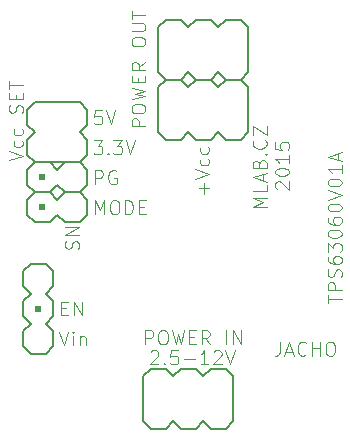
<source format=gbr>
%TF.GenerationSoftware,KiCad,Pcbnew,6.0.4-6f826c9f35~116~ubuntu20.04.1*%
%TF.CreationDate,2022-07-20T15:12:22+00:00*%
%TF.ProjectId,TPS63060V01B,54505336-3330-4363-9056-3031422e6b69,rev?*%
%TF.SameCoordinates,Original*%
%TF.FileFunction,Legend,Top*%
%TF.FilePolarity,Positive*%
%FSLAX46Y46*%
G04 Gerber Fmt 4.6, Leading zero omitted, Abs format (unit mm)*
G04 Created by KiCad (PCBNEW 6.0.4-6f826c9f35~116~ubuntu20.04.1) date 2022-07-20 15:12:22*
%MOMM*%
%LPD*%
G01*
G04 APERTURE LIST*
%ADD10C,0.101600*%
%ADD11C,0.152400*%
G04 APERTURE END LIST*
D10*
X145803861Y-96558220D02*
X144635461Y-96558220D01*
X144635461Y-96113116D01*
X144691100Y-96001840D01*
X144746738Y-95946201D01*
X144858014Y-95890563D01*
X145024928Y-95890563D01*
X145136204Y-95946201D01*
X145191842Y-96001840D01*
X145247480Y-96113116D01*
X145247480Y-96558220D01*
X144635461Y-95167268D02*
X144635461Y-94944716D01*
X144691100Y-94833440D01*
X144802376Y-94722163D01*
X145024928Y-94666525D01*
X145414395Y-94666525D01*
X145636947Y-94722163D01*
X145748223Y-94833440D01*
X145803861Y-94944716D01*
X145803861Y-95167268D01*
X145748223Y-95278544D01*
X145636947Y-95389820D01*
X145414395Y-95445459D01*
X145024928Y-95445459D01*
X144802376Y-95389820D01*
X144691100Y-95278544D01*
X144635461Y-95167268D01*
X144635461Y-94277059D02*
X145803861Y-93998868D01*
X144969290Y-93776316D01*
X145803861Y-93553763D01*
X144635461Y-93275573D01*
X145191842Y-92830468D02*
X145191842Y-92441001D01*
X145803861Y-92274087D02*
X145803861Y-92830468D01*
X144635461Y-92830468D01*
X144635461Y-92274087D01*
X145803861Y-91105687D02*
X145247480Y-91495154D01*
X145803861Y-91773344D02*
X144635461Y-91773344D01*
X144635461Y-91328240D01*
X144691100Y-91216963D01*
X144746738Y-91161325D01*
X144858014Y-91105687D01*
X145024928Y-91105687D01*
X145136204Y-91161325D01*
X145191842Y-91216963D01*
X145247480Y-91328240D01*
X145247480Y-91773344D01*
X144635461Y-89492182D02*
X144635461Y-89269630D01*
X144691100Y-89158354D01*
X144802376Y-89047078D01*
X145024928Y-88991440D01*
X145414395Y-88991440D01*
X145636947Y-89047078D01*
X145748223Y-89158354D01*
X145803861Y-89269630D01*
X145803861Y-89492182D01*
X145748223Y-89603459D01*
X145636947Y-89714735D01*
X145414395Y-89770373D01*
X145024928Y-89770373D01*
X144802376Y-89714735D01*
X144691100Y-89603459D01*
X144635461Y-89492182D01*
X144635461Y-88490697D02*
X145581309Y-88490697D01*
X145692585Y-88435059D01*
X145748223Y-88379420D01*
X145803861Y-88268144D01*
X145803861Y-88045592D01*
X145748223Y-87934316D01*
X145692585Y-87878678D01*
X145581309Y-87823040D01*
X144635461Y-87823040D01*
X144635461Y-87433573D02*
X144635461Y-86765916D01*
X145803861Y-87099744D02*
X144635461Y-87099744D01*
X142099211Y-95207061D02*
X141542830Y-95207061D01*
X141487192Y-95763442D01*
X141542830Y-95707804D01*
X141654106Y-95652166D01*
X141932297Y-95652166D01*
X142043573Y-95707804D01*
X142099211Y-95763442D01*
X142154849Y-95874719D01*
X142154849Y-96152909D01*
X142099211Y-96264185D01*
X142043573Y-96319823D01*
X141932297Y-96375461D01*
X141654106Y-96375461D01*
X141542830Y-96319823D01*
X141487192Y-96264185D01*
X142488678Y-95207061D02*
X142878144Y-96375461D01*
X143267611Y-95207061D01*
X141431554Y-97747061D02*
X142154849Y-97747061D01*
X141765382Y-98192166D01*
X141932297Y-98192166D01*
X142043573Y-98247804D01*
X142099211Y-98303442D01*
X142154849Y-98414719D01*
X142154849Y-98692909D01*
X142099211Y-98804185D01*
X142043573Y-98859823D01*
X141932297Y-98915461D01*
X141598468Y-98915461D01*
X141487192Y-98859823D01*
X141431554Y-98804185D01*
X142655592Y-98804185D02*
X142711230Y-98859823D01*
X142655592Y-98915461D01*
X142599954Y-98859823D01*
X142655592Y-98804185D01*
X142655592Y-98915461D01*
X143100697Y-97747061D02*
X143823992Y-97747061D01*
X143434525Y-98192166D01*
X143601440Y-98192166D01*
X143712716Y-98247804D01*
X143768354Y-98303442D01*
X143823992Y-98414719D01*
X143823992Y-98692909D01*
X143768354Y-98804185D01*
X143712716Y-98859823D01*
X143601440Y-98915461D01*
X143267611Y-98915461D01*
X143156335Y-98859823D01*
X143100697Y-98804185D01*
X144157820Y-97747061D02*
X144547287Y-98915461D01*
X144936754Y-97747061D01*
X146249692Y-115638338D02*
X146305330Y-115582700D01*
X146416606Y-115527061D01*
X146694797Y-115527061D01*
X146806073Y-115582700D01*
X146861711Y-115638338D01*
X146917349Y-115749614D01*
X146917349Y-115860890D01*
X146861711Y-116027804D01*
X146194054Y-116695461D01*
X146917349Y-116695461D01*
X147418092Y-116584185D02*
X147473730Y-116639823D01*
X147418092Y-116695461D01*
X147362454Y-116639823D01*
X147418092Y-116584185D01*
X147418092Y-116695461D01*
X148530854Y-115527061D02*
X147974473Y-115527061D01*
X147918835Y-116083442D01*
X147974473Y-116027804D01*
X148085749Y-115972166D01*
X148363940Y-115972166D01*
X148475216Y-116027804D01*
X148530854Y-116083442D01*
X148586492Y-116194719D01*
X148586492Y-116472909D01*
X148530854Y-116584185D01*
X148475216Y-116639823D01*
X148363940Y-116695461D01*
X148085749Y-116695461D01*
X147974473Y-116639823D01*
X147918835Y-116584185D01*
X149087235Y-116250357D02*
X149977444Y-116250357D01*
X151145844Y-116695461D02*
X150478187Y-116695461D01*
X150812016Y-116695461D02*
X150812016Y-115527061D01*
X150700740Y-115693976D01*
X150589463Y-115805252D01*
X150478187Y-115860890D01*
X151590949Y-115638338D02*
X151646587Y-115582700D01*
X151757863Y-115527061D01*
X152036054Y-115527061D01*
X152147330Y-115582700D01*
X152202968Y-115638338D01*
X152258606Y-115749614D01*
X152258606Y-115860890D01*
X152202968Y-116027804D01*
X151535311Y-116695461D01*
X152258606Y-116695461D01*
X152592435Y-115527061D02*
X152981901Y-116695461D01*
X153371368Y-115527061D01*
X138685330Y-111955942D02*
X139074797Y-111955942D01*
X139241711Y-112567961D02*
X138685330Y-112567961D01*
X138685330Y-111399561D01*
X139241711Y-111399561D01*
X139742454Y-112567961D02*
X139742454Y-111399561D01*
X140410111Y-112567961D01*
X140410111Y-111399561D01*
X141542830Y-101455461D02*
X141542830Y-100287061D01*
X141987935Y-100287061D01*
X142099211Y-100342700D01*
X142154849Y-100398338D01*
X142210487Y-100509614D01*
X142210487Y-100676528D01*
X142154849Y-100787804D01*
X142099211Y-100843442D01*
X141987935Y-100899080D01*
X141542830Y-100899080D01*
X143323249Y-100342700D02*
X143211973Y-100287061D01*
X143045059Y-100287061D01*
X142878144Y-100342700D01*
X142766868Y-100453976D01*
X142711230Y-100565252D01*
X142655592Y-100787804D01*
X142655592Y-100954719D01*
X142711230Y-101177271D01*
X142766868Y-101288547D01*
X142878144Y-101399823D01*
X143045059Y-101455461D01*
X143156335Y-101455461D01*
X143323249Y-101399823D01*
X143378887Y-101344185D01*
X143378887Y-100954719D01*
X143156335Y-100954719D01*
X156913338Y-101857507D02*
X156857700Y-101801869D01*
X156802061Y-101690593D01*
X156802061Y-101412402D01*
X156857700Y-101301126D01*
X156913338Y-101245488D01*
X157024614Y-101189850D01*
X157135890Y-101189850D01*
X157302804Y-101245488D01*
X157970461Y-101913145D01*
X157970461Y-101189850D01*
X156802061Y-100466555D02*
X156802061Y-100355279D01*
X156857700Y-100244002D01*
X156913338Y-100188364D01*
X157024614Y-100132726D01*
X157247166Y-100077088D01*
X157525357Y-100077088D01*
X157747909Y-100132726D01*
X157859185Y-100188364D01*
X157914823Y-100244002D01*
X157970461Y-100355279D01*
X157970461Y-100466555D01*
X157914823Y-100577831D01*
X157859185Y-100633469D01*
X157747909Y-100689107D01*
X157525357Y-100744745D01*
X157247166Y-100744745D01*
X157024614Y-100689107D01*
X156913338Y-100633469D01*
X156857700Y-100577831D01*
X156802061Y-100466555D01*
X157970461Y-98964326D02*
X157970461Y-99631983D01*
X157970461Y-99298155D02*
X156802061Y-99298155D01*
X156968976Y-99409431D01*
X157080252Y-99520707D01*
X157135890Y-99631983D01*
X156802061Y-97907202D02*
X156802061Y-98463583D01*
X157358442Y-98519221D01*
X157302804Y-98463583D01*
X157247166Y-98352307D01*
X157247166Y-98074117D01*
X157302804Y-97962840D01*
X157358442Y-97907202D01*
X157469719Y-97851564D01*
X157747909Y-97851564D01*
X157859185Y-97907202D01*
X157914823Y-97962840D01*
X157970461Y-98074117D01*
X157970461Y-98352307D01*
X157914823Y-98463583D01*
X157859185Y-98519221D01*
X138518416Y-113939561D02*
X138907882Y-115107961D01*
X139297349Y-113939561D01*
X139686816Y-115107961D02*
X139686816Y-114329028D01*
X139686816Y-113939561D02*
X139631178Y-113995200D01*
X139686816Y-114050838D01*
X139742454Y-113995200D01*
X139686816Y-113939561D01*
X139686816Y-114050838D01*
X140243197Y-114329028D02*
X140243197Y-115107961D01*
X140243197Y-114440304D02*
X140298835Y-114384666D01*
X140410111Y-114329028D01*
X140577025Y-114329028D01*
X140688301Y-114384666D01*
X140743940Y-114495942D01*
X140743940Y-115107961D01*
X145804345Y-115006361D02*
X145804345Y-113837961D01*
X146249450Y-113837961D01*
X146360726Y-113893600D01*
X146416364Y-113949238D01*
X146472002Y-114060514D01*
X146472002Y-114227428D01*
X146416364Y-114338704D01*
X146360726Y-114394342D01*
X146249450Y-114449980D01*
X145804345Y-114449980D01*
X147195298Y-113837961D02*
X147417850Y-113837961D01*
X147529126Y-113893600D01*
X147640402Y-114004876D01*
X147696040Y-114227428D01*
X147696040Y-114616895D01*
X147640402Y-114839447D01*
X147529126Y-114950723D01*
X147417850Y-115006361D01*
X147195298Y-115006361D01*
X147084021Y-114950723D01*
X146972745Y-114839447D01*
X146917107Y-114616895D01*
X146917107Y-114227428D01*
X146972745Y-114004876D01*
X147084021Y-113893600D01*
X147195298Y-113837961D01*
X148085507Y-113837961D02*
X148363698Y-115006361D01*
X148586250Y-114171790D01*
X148808802Y-115006361D01*
X149086993Y-113837961D01*
X149532098Y-114394342D02*
X149921564Y-114394342D01*
X150088479Y-115006361D02*
X149532098Y-115006361D01*
X149532098Y-113837961D01*
X150088479Y-113837961D01*
X151256879Y-115006361D02*
X150867412Y-114449980D01*
X150589221Y-115006361D02*
X150589221Y-113837961D01*
X151034326Y-113837961D01*
X151145602Y-113893600D01*
X151201240Y-113949238D01*
X151256879Y-114060514D01*
X151256879Y-114227428D01*
X151201240Y-114338704D01*
X151145602Y-114394342D01*
X151034326Y-114449980D01*
X150589221Y-114449980D01*
X152647831Y-115006361D02*
X152647831Y-113837961D01*
X153204212Y-115006361D02*
X153204212Y-113837961D01*
X153871869Y-115006361D01*
X153871869Y-113837961D01*
X141542830Y-103995461D02*
X141542830Y-102827061D01*
X141932297Y-103661633D01*
X142321763Y-102827061D01*
X142321763Y-103995461D01*
X143100697Y-102827061D02*
X143323249Y-102827061D01*
X143434525Y-102882700D01*
X143545801Y-102993976D01*
X143601440Y-103216528D01*
X143601440Y-103605995D01*
X143545801Y-103828547D01*
X143434525Y-103939823D01*
X143323249Y-103995461D01*
X143100697Y-103995461D01*
X142989420Y-103939823D01*
X142878144Y-103828547D01*
X142822506Y-103605995D01*
X142822506Y-103216528D01*
X142878144Y-102993976D01*
X142989420Y-102882700D01*
X143100697Y-102827061D01*
X144102182Y-103995461D02*
X144102182Y-102827061D01*
X144380373Y-102827061D01*
X144547287Y-102882700D01*
X144658563Y-102993976D01*
X144714201Y-103105252D01*
X144769840Y-103327804D01*
X144769840Y-103494719D01*
X144714201Y-103717271D01*
X144658563Y-103828547D01*
X144547287Y-103939823D01*
X144380373Y-103995461D01*
X144102182Y-103995461D01*
X145270582Y-103383442D02*
X145660049Y-103383442D01*
X145826963Y-103995461D02*
X145270582Y-103995461D01*
X145270582Y-102827061D01*
X145826963Y-102827061D01*
X134259561Y-99428783D02*
X135427961Y-99039317D01*
X134259561Y-98649850D01*
X135372323Y-97759640D02*
X135427961Y-97870917D01*
X135427961Y-98093469D01*
X135372323Y-98204745D01*
X135316685Y-98260383D01*
X135205409Y-98316021D01*
X134871580Y-98316021D01*
X134760304Y-98260383D01*
X134704666Y-98204745D01*
X134649028Y-98093469D01*
X134649028Y-97870917D01*
X134704666Y-97759640D01*
X135372323Y-96758155D02*
X135427961Y-96869431D01*
X135427961Y-97091983D01*
X135372323Y-97203260D01*
X135316685Y-97258898D01*
X135205409Y-97314536D01*
X134871580Y-97314536D01*
X134760304Y-97258898D01*
X134704666Y-97203260D01*
X134649028Y-97091983D01*
X134649028Y-96869431D01*
X134704666Y-96758155D01*
X135372323Y-95422840D02*
X135427961Y-95255926D01*
X135427961Y-94977736D01*
X135372323Y-94866460D01*
X135316685Y-94810821D01*
X135205409Y-94755183D01*
X135094133Y-94755183D01*
X134982857Y-94810821D01*
X134927219Y-94866460D01*
X134871580Y-94977736D01*
X134815942Y-95200288D01*
X134760304Y-95311564D01*
X134704666Y-95367202D01*
X134593390Y-95422840D01*
X134482114Y-95422840D01*
X134370838Y-95367202D01*
X134315200Y-95311564D01*
X134259561Y-95200288D01*
X134259561Y-94922098D01*
X134315200Y-94755183D01*
X134815942Y-94254440D02*
X134815942Y-93864974D01*
X135427961Y-93698060D02*
X135427961Y-94254440D01*
X134259561Y-94254440D01*
X134259561Y-93698060D01*
X134259561Y-93364231D02*
X134259561Y-92696574D01*
X135427961Y-93030402D02*
X134259561Y-93030402D01*
X140134823Y-106937507D02*
X140190461Y-106770593D01*
X140190461Y-106492402D01*
X140134823Y-106381126D01*
X140079185Y-106325488D01*
X139967909Y-106269850D01*
X139856633Y-106269850D01*
X139745357Y-106325488D01*
X139689719Y-106381126D01*
X139634080Y-106492402D01*
X139578442Y-106714955D01*
X139522804Y-106826231D01*
X139467166Y-106881869D01*
X139355890Y-106937507D01*
X139244614Y-106937507D01*
X139133338Y-106881869D01*
X139077700Y-106826231D01*
X139022061Y-106714955D01*
X139022061Y-106436764D01*
X139077700Y-106269850D01*
X140190461Y-105769107D02*
X139022061Y-105769107D01*
X140190461Y-105101450D01*
X139022061Y-105101450D01*
X156065461Y-103389369D02*
X154897061Y-103389369D01*
X155731633Y-102999902D01*
X154897061Y-102610436D01*
X156065461Y-102610436D01*
X156065461Y-101497674D02*
X156065461Y-102054055D01*
X154897061Y-102054055D01*
X155731633Y-101163845D02*
X155731633Y-100607464D01*
X156065461Y-101275121D02*
X154897061Y-100885655D01*
X156065461Y-100496188D01*
X155453442Y-99717255D02*
X155509080Y-99550340D01*
X155564719Y-99494702D01*
X155675995Y-99439064D01*
X155842909Y-99439064D01*
X155954185Y-99494702D01*
X156009823Y-99550340D01*
X156065461Y-99661617D01*
X156065461Y-100106721D01*
X154897061Y-100106721D01*
X154897061Y-99717255D01*
X154952700Y-99605979D01*
X155008338Y-99550340D01*
X155119614Y-99494702D01*
X155230890Y-99494702D01*
X155342166Y-99550340D01*
X155397804Y-99605979D01*
X155453442Y-99717255D01*
X155453442Y-100106721D01*
X155954185Y-98938321D02*
X156009823Y-98882683D01*
X156065461Y-98938321D01*
X156009823Y-98993960D01*
X155954185Y-98938321D01*
X156065461Y-98938321D01*
X155954185Y-97714283D02*
X156009823Y-97769921D01*
X156065461Y-97936836D01*
X156065461Y-98048112D01*
X156009823Y-98215026D01*
X155898547Y-98326302D01*
X155787271Y-98381940D01*
X155564719Y-98437579D01*
X155397804Y-98437579D01*
X155175252Y-98381940D01*
X155063976Y-98326302D01*
X154952700Y-98215026D01*
X154897061Y-98048112D01*
X154897061Y-97936836D01*
X154952700Y-97769921D01*
X155008338Y-97714283D01*
X154897061Y-97324817D02*
X154897061Y-96545883D01*
X156065461Y-97324817D01*
X156065461Y-96545883D01*
X161247061Y-111493783D02*
X161247061Y-110826126D01*
X162415461Y-111159955D02*
X161247061Y-111159955D01*
X162415461Y-110436660D02*
X161247061Y-110436660D01*
X161247061Y-109991555D01*
X161302700Y-109880279D01*
X161358338Y-109824640D01*
X161469614Y-109769002D01*
X161636528Y-109769002D01*
X161747804Y-109824640D01*
X161803442Y-109880279D01*
X161859080Y-109991555D01*
X161859080Y-110436660D01*
X162359823Y-109323898D02*
X162415461Y-109156983D01*
X162415461Y-108878793D01*
X162359823Y-108767517D01*
X162304185Y-108711879D01*
X162192909Y-108656240D01*
X162081633Y-108656240D01*
X161970357Y-108711879D01*
X161914719Y-108767517D01*
X161859080Y-108878793D01*
X161803442Y-109101345D01*
X161747804Y-109212621D01*
X161692166Y-109268260D01*
X161580890Y-109323898D01*
X161469614Y-109323898D01*
X161358338Y-109268260D01*
X161302700Y-109212621D01*
X161247061Y-109101345D01*
X161247061Y-108823155D01*
X161302700Y-108656240D01*
X161247061Y-107654755D02*
X161247061Y-107877307D01*
X161302700Y-107988583D01*
X161358338Y-108044221D01*
X161525252Y-108155498D01*
X161747804Y-108211136D01*
X162192909Y-108211136D01*
X162304185Y-108155498D01*
X162359823Y-108099860D01*
X162415461Y-107988583D01*
X162415461Y-107766031D01*
X162359823Y-107654755D01*
X162304185Y-107599117D01*
X162192909Y-107543479D01*
X161914719Y-107543479D01*
X161803442Y-107599117D01*
X161747804Y-107654755D01*
X161692166Y-107766031D01*
X161692166Y-107988583D01*
X161747804Y-108099860D01*
X161803442Y-108155498D01*
X161914719Y-108211136D01*
X161247061Y-107154012D02*
X161247061Y-106430717D01*
X161692166Y-106820183D01*
X161692166Y-106653269D01*
X161747804Y-106541993D01*
X161803442Y-106486355D01*
X161914719Y-106430717D01*
X162192909Y-106430717D01*
X162304185Y-106486355D01*
X162359823Y-106541993D01*
X162415461Y-106653269D01*
X162415461Y-106987098D01*
X162359823Y-107098374D01*
X162304185Y-107154012D01*
X161247061Y-105707421D02*
X161247061Y-105596145D01*
X161302700Y-105484869D01*
X161358338Y-105429231D01*
X161469614Y-105373593D01*
X161692166Y-105317955D01*
X161970357Y-105317955D01*
X162192909Y-105373593D01*
X162304185Y-105429231D01*
X162359823Y-105484869D01*
X162415461Y-105596145D01*
X162415461Y-105707421D01*
X162359823Y-105818698D01*
X162304185Y-105874336D01*
X162192909Y-105929974D01*
X161970357Y-105985612D01*
X161692166Y-105985612D01*
X161469614Y-105929974D01*
X161358338Y-105874336D01*
X161302700Y-105818698D01*
X161247061Y-105707421D01*
X161247061Y-104316469D02*
X161247061Y-104539021D01*
X161302700Y-104650298D01*
X161358338Y-104705936D01*
X161525252Y-104817212D01*
X161747804Y-104872850D01*
X162192909Y-104872850D01*
X162304185Y-104817212D01*
X162359823Y-104761574D01*
X162415461Y-104650298D01*
X162415461Y-104427745D01*
X162359823Y-104316469D01*
X162304185Y-104260831D01*
X162192909Y-104205193D01*
X161914719Y-104205193D01*
X161803442Y-104260831D01*
X161747804Y-104316469D01*
X161692166Y-104427745D01*
X161692166Y-104650298D01*
X161747804Y-104761574D01*
X161803442Y-104817212D01*
X161914719Y-104872850D01*
X161247061Y-103481898D02*
X161247061Y-103370621D01*
X161302700Y-103259345D01*
X161358338Y-103203707D01*
X161469614Y-103148069D01*
X161692166Y-103092431D01*
X161970357Y-103092431D01*
X162192909Y-103148069D01*
X162304185Y-103203707D01*
X162359823Y-103259345D01*
X162415461Y-103370621D01*
X162415461Y-103481898D01*
X162359823Y-103593174D01*
X162304185Y-103648812D01*
X162192909Y-103704450D01*
X161970357Y-103760088D01*
X161692166Y-103760088D01*
X161469614Y-103704450D01*
X161358338Y-103648812D01*
X161302700Y-103593174D01*
X161247061Y-103481898D01*
X161247061Y-102758602D02*
X162415461Y-102369136D01*
X161247061Y-101979669D01*
X161247061Y-101367650D02*
X161247061Y-101256374D01*
X161302700Y-101145098D01*
X161358338Y-101089460D01*
X161469614Y-101033821D01*
X161692166Y-100978183D01*
X161970357Y-100978183D01*
X162192909Y-101033821D01*
X162304185Y-101089460D01*
X162359823Y-101145098D01*
X162415461Y-101256374D01*
X162415461Y-101367650D01*
X162359823Y-101478926D01*
X162304185Y-101534564D01*
X162192909Y-101590202D01*
X161970357Y-101645840D01*
X161692166Y-101645840D01*
X161469614Y-101590202D01*
X161358338Y-101534564D01*
X161302700Y-101478926D01*
X161247061Y-101367650D01*
X162415461Y-99865421D02*
X162415461Y-100533079D01*
X162415461Y-100199250D02*
X161247061Y-100199250D01*
X161413976Y-100310526D01*
X161525252Y-100421802D01*
X161580890Y-100533079D01*
X162081633Y-99420317D02*
X162081633Y-98863936D01*
X162415461Y-99531593D02*
X161247061Y-99142126D01*
X162415461Y-98752660D01*
X150756257Y-102257497D02*
X150756257Y-101367287D01*
X151201361Y-101812392D02*
X150311152Y-101812392D01*
X150032961Y-100977820D02*
X151201361Y-100588354D01*
X150032961Y-100198887D01*
X151145723Y-99308678D02*
X151201361Y-99419954D01*
X151201361Y-99642506D01*
X151145723Y-99753782D01*
X151090085Y-99809420D01*
X150978809Y-99865059D01*
X150644980Y-99865059D01*
X150533704Y-99809420D01*
X150478066Y-99753782D01*
X150422428Y-99642506D01*
X150422428Y-99419954D01*
X150478066Y-99308678D01*
X151145723Y-98307192D02*
X151201361Y-98418468D01*
X151201361Y-98641020D01*
X151145723Y-98752297D01*
X151090085Y-98807935D01*
X150978809Y-98863573D01*
X150644980Y-98863573D01*
X150533704Y-98807935D01*
X150478066Y-98752297D01*
X150422428Y-98641020D01*
X150422428Y-98418468D01*
X150478066Y-98307192D01*
X157191407Y-114790461D02*
X157191407Y-115625033D01*
X157135769Y-115791947D01*
X157024493Y-115903223D01*
X156857579Y-115958861D01*
X156746302Y-115958861D01*
X157692150Y-115625033D02*
X158248531Y-115625033D01*
X157580874Y-115958861D02*
X157970340Y-114790461D01*
X158359807Y-115958861D01*
X159416931Y-115847585D02*
X159361293Y-115903223D01*
X159194379Y-115958861D01*
X159083102Y-115958861D01*
X158916188Y-115903223D01*
X158804912Y-115791947D01*
X158749274Y-115680671D01*
X158693636Y-115458119D01*
X158693636Y-115291204D01*
X158749274Y-115068652D01*
X158804912Y-114957376D01*
X158916188Y-114846100D01*
X159083102Y-114790461D01*
X159194379Y-114790461D01*
X159361293Y-114846100D01*
X159416931Y-114901738D01*
X159917674Y-115958861D02*
X159917674Y-114790461D01*
X159917674Y-115346842D02*
X160585331Y-115346842D01*
X160585331Y-115958861D02*
X160585331Y-114790461D01*
X161364264Y-114790461D02*
X161586817Y-114790461D01*
X161698093Y-114846100D01*
X161809369Y-114957376D01*
X161865007Y-115179928D01*
X161865007Y-115569395D01*
X161809369Y-115791947D01*
X161698093Y-115903223D01*
X161586817Y-115958861D01*
X161364264Y-115958861D01*
X161252988Y-115903223D01*
X161141712Y-115791947D01*
X161086074Y-115569395D01*
X161086074Y-115179928D01*
X161141712Y-114957376D01*
X161252988Y-114846100D01*
X161364264Y-114790461D01*
D11*
%TO.C,SV1*%
X138023600Y-111353600D02*
X138023600Y-112623600D01*
X135483600Y-111353600D02*
X136118600Y-110718600D01*
X136118600Y-108178600D02*
X135483600Y-108813600D01*
X136118600Y-115798600D02*
X135483600Y-115163600D01*
X138023600Y-112623600D02*
X137388600Y-113258600D01*
X137388600Y-113258600D02*
X138023600Y-113893600D01*
X138023600Y-110083600D02*
X137388600Y-110718600D01*
X135483600Y-110083600D02*
X135483600Y-108813600D01*
X136118600Y-110718600D02*
X135483600Y-110083600D01*
X138023600Y-108813600D02*
X137388600Y-108178600D01*
X137388600Y-108178600D02*
X136118600Y-108178600D01*
X135483600Y-112623600D02*
X135483600Y-111353600D01*
X136118600Y-113258600D02*
X135483600Y-112623600D01*
X135483600Y-113893600D02*
X136118600Y-113258600D01*
X137388600Y-110718600D02*
X138023600Y-111353600D01*
X138023600Y-113893600D02*
X138023600Y-115163600D01*
X138023600Y-115163600D02*
X137388600Y-115798600D01*
X135483600Y-115163600D02*
X135483600Y-113893600D01*
X137388600Y-115798600D02*
X136118600Y-115798600D01*
X138023600Y-108813600D02*
X138023600Y-110083600D01*
G36*
X137007600Y-112242600D02*
G01*
X136499600Y-112242600D01*
X136499600Y-111734600D01*
X137007600Y-111734600D01*
X137007600Y-112242600D01*
G37*
%TO.C,SV6*%
X140881100Y-102781100D02*
X140246100Y-102146100D01*
X138341100Y-104051100D02*
X137706100Y-104686100D01*
X138976100Y-104686100D02*
X138341100Y-104051100D01*
X135801100Y-104051100D02*
X135801100Y-102781100D01*
X140246100Y-104686100D02*
X138976100Y-104686100D01*
X135801100Y-102781100D02*
X136436100Y-102146100D01*
X137706100Y-102146100D02*
X138341100Y-102781100D01*
X138976100Y-102146100D02*
X140246100Y-102146100D01*
X136436100Y-104686100D02*
X135801100Y-104051100D01*
X138341100Y-102781100D02*
X138976100Y-102146100D01*
X140881100Y-104051100D02*
X140881100Y-102781100D01*
X136436100Y-102146100D02*
X137706100Y-102146100D01*
X137706100Y-104686100D02*
X136436100Y-104686100D01*
X140246100Y-104686100D02*
X140881100Y-104051100D01*
G36*
X137325100Y-103670100D02*
G01*
X136817100Y-103670100D01*
X136817100Y-103162100D01*
X137325100Y-103162100D01*
X137325100Y-103670100D01*
G37*
%TO.C,SV4*%
X140246100Y-97066100D02*
X140881100Y-97701100D01*
X136436100Y-97066100D02*
X135801100Y-96431100D01*
X140246100Y-94526100D02*
X140881100Y-95161100D01*
X140246100Y-99606100D02*
X140881100Y-98971100D01*
X135801100Y-96431100D02*
X135801100Y-95161100D01*
X135801100Y-97701100D02*
X136436100Y-97066100D01*
X135801100Y-98971100D02*
X136436100Y-99606100D01*
X140881100Y-97701100D02*
X140881100Y-98971100D01*
X135801100Y-98971100D02*
X135801100Y-97701100D01*
X140881100Y-96431100D02*
X140246100Y-97066100D01*
X140881100Y-95161100D02*
X140881100Y-96431100D01*
X136436100Y-99606100D02*
X140246100Y-99606100D01*
X136436100Y-94526100D02*
X140246100Y-94526100D01*
X135801100Y-95161100D02*
X136436100Y-94526100D01*
%TO.C,SV5*%
X152628600Y-87541100D02*
X153898600Y-87541100D01*
X149453600Y-91986100D02*
X148818600Y-92621100D01*
X148818600Y-92621100D02*
X147548600Y-92621100D01*
X153898600Y-92621100D02*
X152628600Y-92621100D01*
X148818600Y-87541100D02*
X149453600Y-88176100D01*
X147548600Y-92621100D02*
X146913600Y-91986100D01*
X150088600Y-87541100D02*
X151358600Y-87541100D01*
X151993600Y-91986100D02*
X151358600Y-92621100D01*
X154533600Y-91986100D02*
X154533600Y-88176100D01*
X153898600Y-92621100D02*
X154533600Y-91986100D01*
X147548600Y-87541100D02*
X148818600Y-87541100D01*
X146913600Y-91986100D02*
X146913600Y-88176100D01*
X146913600Y-88176100D02*
X147548600Y-87541100D01*
X151358600Y-87541100D02*
X151993600Y-88176100D01*
X154533600Y-88176100D02*
X153898600Y-87541100D01*
X149453600Y-88176100D02*
X150088600Y-87541100D01*
X150088600Y-92621100D02*
X149453600Y-91986100D01*
X151358600Y-92621100D02*
X150088600Y-92621100D01*
X152628600Y-92621100D02*
X151993600Y-91986100D01*
X151993600Y-88176100D02*
X152628600Y-87541100D01*
%TO.C,SV2*%
X149453600Y-97066100D02*
X148818600Y-97701100D01*
X148818600Y-92621100D02*
X149453600Y-93256100D01*
X152628600Y-92621100D02*
X153898600Y-92621100D01*
X154533600Y-97066100D02*
X153898600Y-97701100D01*
X149453600Y-93256100D02*
X150088600Y-92621100D01*
X151993600Y-93256100D02*
X152628600Y-92621100D01*
X151358600Y-97701100D02*
X150088600Y-97701100D01*
X151993600Y-97066100D02*
X151358600Y-97701100D01*
X146913600Y-97066100D02*
X147548600Y-97701100D01*
X147548600Y-92621100D02*
X146913600Y-93256100D01*
X150088600Y-92621100D02*
X151358600Y-92621100D01*
X154533600Y-93256100D02*
X154533600Y-97066100D01*
X146913600Y-93256100D02*
X146913600Y-97066100D01*
X153898600Y-97701100D02*
X152628600Y-97701100D01*
X151358600Y-92621100D02*
X151993600Y-93256100D01*
X153898600Y-92621100D02*
X154533600Y-93256100D01*
X148818600Y-97701100D02*
X147548600Y-97701100D01*
X152628600Y-97701100D02*
X151993600Y-97066100D01*
X147548600Y-92621100D02*
X148818600Y-92621100D01*
X150088600Y-97701100D02*
X149453600Y-97066100D01*
%TO.C,SV7*%
X138976100Y-99606100D02*
X140246100Y-99606100D01*
X138341100Y-100241100D02*
X138976100Y-99606100D01*
X140246100Y-102146100D02*
X138976100Y-102146100D01*
X138976100Y-102146100D02*
X138341100Y-101511100D01*
X140246100Y-102146100D02*
X140881100Y-101511100D01*
X140881100Y-100241100D02*
X140246100Y-99606100D01*
X138341100Y-101511100D02*
X137706100Y-102146100D01*
X136436100Y-102146100D02*
X135801100Y-101511100D01*
X137706100Y-102146100D02*
X136436100Y-102146100D01*
X135801100Y-101511100D02*
X135801100Y-100241100D01*
X136436100Y-99606100D02*
X137706100Y-99606100D01*
X137706100Y-99606100D02*
X138341100Y-100241100D01*
X140881100Y-101511100D02*
X140881100Y-100241100D01*
X135801100Y-100241100D02*
X136436100Y-99606100D01*
G36*
X137325100Y-101130100D02*
G01*
X136817100Y-101130100D01*
X136817100Y-100622100D01*
X137325100Y-100622100D01*
X137325100Y-101130100D01*
G37*
%TO.C,SV3*%
X153263600Y-121513600D02*
X153263600Y-117703600D01*
X150088600Y-117068600D02*
X150723600Y-117703600D01*
X145643600Y-117703600D02*
X146278600Y-117068600D01*
X148183600Y-121513600D02*
X147548600Y-122148600D01*
X148818600Y-117068600D02*
X150088600Y-117068600D01*
X152628600Y-122148600D02*
X151358600Y-122148600D01*
X151358600Y-117068600D02*
X152628600Y-117068600D01*
X153263600Y-117703600D02*
X152628600Y-117068600D01*
X150088600Y-122148600D02*
X148818600Y-122148600D01*
X151358600Y-122148600D02*
X150723600Y-121513600D01*
X145643600Y-121513600D02*
X145643600Y-117703600D01*
X146278600Y-122148600D02*
X145643600Y-121513600D01*
X146278600Y-117068600D02*
X147548600Y-117068600D01*
X150723600Y-117703600D02*
X151358600Y-117068600D01*
X148818600Y-122148600D02*
X148183600Y-121513600D01*
X147548600Y-117068600D02*
X148183600Y-117703600D01*
X147548600Y-122148600D02*
X146278600Y-122148600D01*
X152628600Y-122148600D02*
X153263600Y-121513600D01*
X148183600Y-117703600D02*
X148818600Y-117068600D01*
X150723600Y-121513600D02*
X150088600Y-122148600D01*
%TD*%
M02*

</source>
